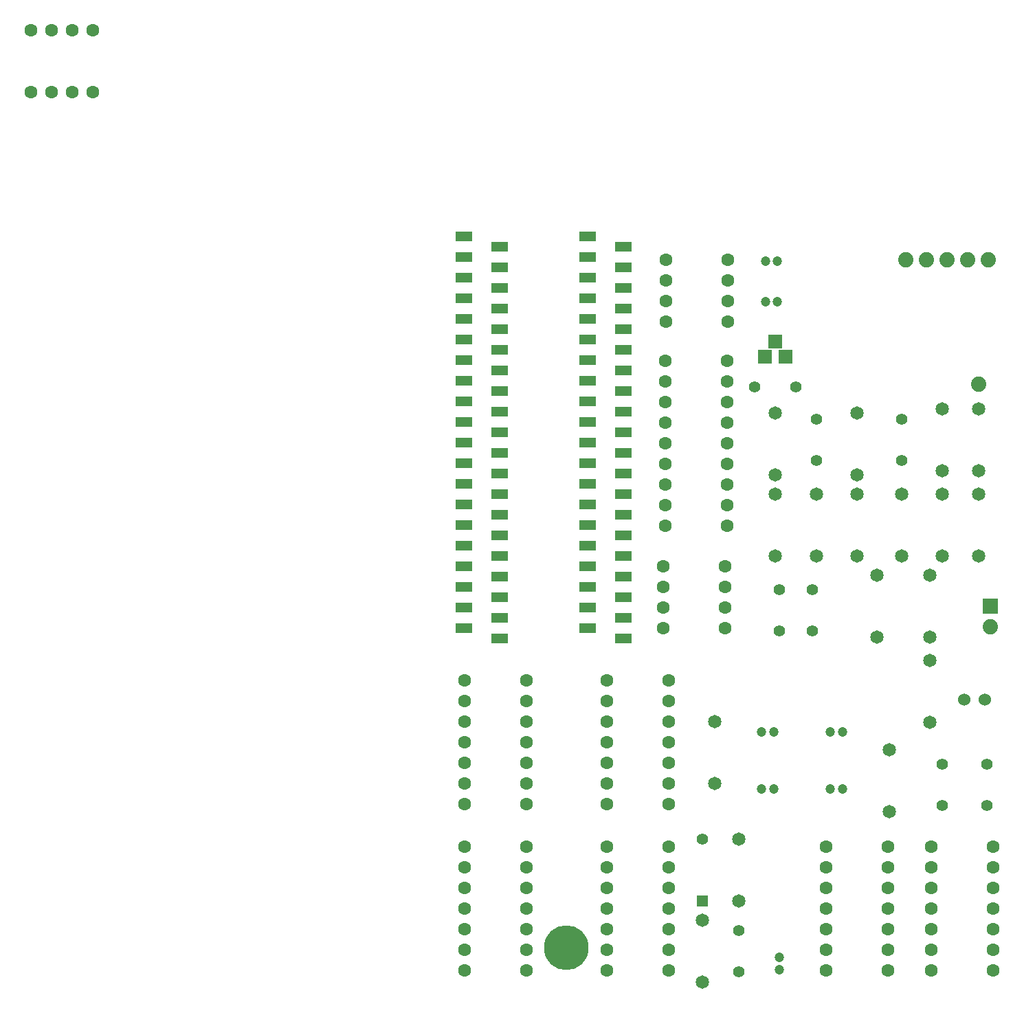
<source format=gbs>
%TF.GenerationSoftware,KiCad,Pcbnew,5.1.12-1.fc35*%
%TF.CreationDate,2022-01-17T09:06:34+01:00*%
%TF.ProjectId,PCB_F4 FMPAC_DIP_IMPRIMIR DEFINITIU copy_2021-07-27,5043425f-4634-4204-964d-5041435f4449,rev?*%
%TF.SameCoordinates,Original*%
%TF.FileFunction,Soldermask,Bot*%
%TF.FilePolarity,Negative*%
%FSLAX46Y46*%
G04 Gerber Fmt 4.6, Leading zero omitted, Abs format (unit mm)*
G04 Created by KiCad (PCBNEW 5.1.12-1.fc35) date 2022-01-17 09:06:34*
%MOMM*%
%LPD*%
G01*
G04 APERTURE LIST*
%ADD10C,1.880000*%
%ADD11C,1.600000*%
%ADD12R,2.159000X1.199000*%
%ADD13R,1.676000X1.676000*%
%ADD14C,1.524000*%
%ADD15C,1.200000*%
%ADD16C,1.651000*%
%ADD17C,1.397000*%
%ADD18R,1.397000X1.397000*%
%ADD19R,1.880000X1.880000*%
%ADD20C,5.500000*%
G04 APERTURE END LIST*
D10*
%TO.C,SLT*%
X189232000Y-78983000D03*
%TD*%
D11*
%TO.C,MCP6281*%
X150673000Y-63642000D03*
X150673000Y-66182000D03*
X150673000Y-68722000D03*
X150673000Y-71262000D03*
X158293000Y-71262000D03*
X158293000Y-68722000D03*
X158293000Y-66182000D03*
X158293000Y-63642000D03*
%TD*%
D12*
%TO.C,MOTHERBOARD_Z80_SOCKET*%
X130162000Y-87404000D03*
X145402000Y-87404000D03*
X130162000Y-89944000D03*
X130162000Y-92484000D03*
X130162000Y-95024000D03*
X130162000Y-97564000D03*
X130162000Y-100104000D03*
X130162000Y-102644000D03*
X130162000Y-105184000D03*
X130162000Y-107724000D03*
X130162000Y-110264000D03*
X145402000Y-89944000D03*
X145402000Y-92484000D03*
X145402000Y-95024000D03*
X145402000Y-97564000D03*
X145402000Y-100104000D03*
X145402000Y-102644000D03*
X145402000Y-105184000D03*
X145402000Y-107724000D03*
X145402000Y-110264000D03*
X130162000Y-84864000D03*
X130162000Y-82324000D03*
X130162000Y-79784000D03*
X130162000Y-77244000D03*
X130162000Y-74704000D03*
X130162000Y-72164000D03*
X130162000Y-69624000D03*
X130162000Y-67084000D03*
X130162000Y-64544000D03*
X130162000Y-62004000D03*
X145402000Y-84864000D03*
X145402000Y-82324000D03*
X145402000Y-79784000D03*
X145402000Y-77244000D03*
X145402000Y-74704000D03*
X145402000Y-72164000D03*
X145402000Y-69624000D03*
X145402000Y-67084000D03*
X145402000Y-64544000D03*
X145402000Y-62004000D03*
%TD*%
D11*
%TO.C,YM2413*%
X150622000Y-76093000D03*
X150622000Y-78633000D03*
X150622000Y-86253000D03*
X150622000Y-88793000D03*
X150622000Y-81173000D03*
X150622000Y-83713000D03*
X150622000Y-91333000D03*
X150622000Y-93873000D03*
X158242000Y-93873000D03*
X158242000Y-91333000D03*
X158242000Y-88793000D03*
X158242000Y-86253000D03*
X158242000Y-83713000D03*
X158242000Y-81173000D03*
X158242000Y-78633000D03*
X158242000Y-76093000D03*
X150622000Y-96413000D03*
X158242000Y-96413000D03*
%TD*%
%TO.C,LM4558N*%
X150373000Y-101443000D03*
X150373000Y-103983000D03*
X150373000Y-106523000D03*
X150373000Y-109063000D03*
X157993000Y-109063000D03*
X157993000Y-106523000D03*
X157993000Y-103983000D03*
X157993000Y-101443000D03*
%TD*%
D12*
%TO.C,Z80_CPU*%
X125763000Y-86152000D03*
X141003000Y-86152000D03*
X125763000Y-88692000D03*
X125763000Y-91232000D03*
X125763000Y-93772000D03*
X125763000Y-96312000D03*
X125763000Y-98852000D03*
X125763000Y-101392000D03*
X125763000Y-103932000D03*
X125763000Y-106472000D03*
X125763000Y-109012000D03*
X141003000Y-88692000D03*
X141003000Y-91232000D03*
X141003000Y-93772000D03*
X141003000Y-96312000D03*
X141003000Y-98852000D03*
X141003000Y-101392000D03*
X141003000Y-103932000D03*
X141003000Y-106472000D03*
X141003000Y-109012000D03*
X125763000Y-83612000D03*
X125763000Y-81072000D03*
X125763000Y-78532000D03*
X125763000Y-75992000D03*
X125763000Y-73452000D03*
X125763000Y-70912000D03*
X125763000Y-68372000D03*
X125763000Y-65832000D03*
X125763000Y-63292000D03*
X125763000Y-60752000D03*
X141003000Y-83612000D03*
X141003000Y-81072000D03*
X141003000Y-78532000D03*
X141003000Y-75992000D03*
X141003000Y-73452000D03*
X141003000Y-70912000D03*
X141003000Y-68372000D03*
X141003000Y-65832000D03*
X141003000Y-63292000D03*
X141003000Y-60752000D03*
%TD*%
D10*
%TO.C,DC-DC_5V_+-12V*%
X187856000Y-63612000D03*
X185316000Y-63612000D03*
X190396000Y-63612000D03*
X182776000Y-63612000D03*
X180236000Y-63612000D03*
%TD*%
D13*
%TO.C,VREG1*%
X162912000Y-75586000D03*
X164182000Y-73681000D03*
X165452000Y-75586000D03*
%TD*%
D11*
%TO.C,U2*%
X72442000Y-42993000D03*
X74982000Y-42993000D03*
X77522000Y-42993000D03*
X80062000Y-42993000D03*
X80062000Y-35373000D03*
X77522000Y-35373000D03*
X74982000Y-35373000D03*
X72442000Y-35373000D03*
%TD*%
D14*
%TO.C,LED1*%
X189952000Y-117833000D03*
X187412000Y-117833000D03*
%TD*%
D11*
%TO.C,IC7*%
X133492000Y-130723000D03*
X133492000Y-128183000D03*
X133492000Y-120563000D03*
X133492000Y-118023000D03*
X133492000Y-125643000D03*
X133492000Y-123103000D03*
X133492000Y-115483000D03*
X125872000Y-115483000D03*
X125872000Y-118023000D03*
X125872000Y-120563000D03*
X125872000Y-123103000D03*
X125872000Y-125643000D03*
X125872000Y-128183000D03*
X125872000Y-130723000D03*
%TD*%
%TO.C,IC3*%
X190992000Y-151223000D03*
X190992000Y-148683000D03*
X190992000Y-141063000D03*
X190992000Y-138523000D03*
X190992000Y-146143000D03*
X190992000Y-143603000D03*
X190992000Y-135983000D03*
X183372000Y-135983000D03*
X183372000Y-138523000D03*
X183372000Y-141063000D03*
X183372000Y-143603000D03*
X183372000Y-146143000D03*
X183372000Y-148683000D03*
X183372000Y-151223000D03*
%TD*%
%TO.C,IC6*%
X150992000Y-130723000D03*
X150992000Y-128183000D03*
X150992000Y-120563000D03*
X150992000Y-118023000D03*
X150992000Y-125643000D03*
X150992000Y-123103000D03*
X150992000Y-115483000D03*
X143372000Y-115483000D03*
X143372000Y-118023000D03*
X143372000Y-120563000D03*
X143372000Y-123103000D03*
X143372000Y-125643000D03*
X143372000Y-128183000D03*
X143372000Y-130723000D03*
%TD*%
%TO.C,IC8*%
X150992000Y-151223000D03*
X150992000Y-148683000D03*
X150992000Y-141063000D03*
X150992000Y-138523000D03*
X150992000Y-146143000D03*
X150992000Y-143603000D03*
X150992000Y-135983000D03*
X143372000Y-135983000D03*
X143372000Y-138523000D03*
X143372000Y-141063000D03*
X143372000Y-143603000D03*
X143372000Y-146143000D03*
X143372000Y-148683000D03*
X143372000Y-151223000D03*
%TD*%
%TO.C,IC9*%
X133492000Y-151223000D03*
X133492000Y-148683000D03*
X133492000Y-141063000D03*
X133492000Y-138523000D03*
X133492000Y-146143000D03*
X133492000Y-143603000D03*
X133492000Y-135983000D03*
X125872000Y-135983000D03*
X125872000Y-138523000D03*
X125872000Y-141063000D03*
X125872000Y-143603000D03*
X125872000Y-146143000D03*
X125872000Y-148683000D03*
X125872000Y-151223000D03*
%TD*%
%TO.C,IC2*%
X177992000Y-151223000D03*
X177992000Y-148683000D03*
X177992000Y-141063000D03*
X177992000Y-138523000D03*
X177992000Y-146143000D03*
X177992000Y-143603000D03*
X177992000Y-135983000D03*
X170372000Y-135983000D03*
X170372000Y-138523000D03*
X170372000Y-141063000D03*
X170372000Y-143603000D03*
X170372000Y-146143000D03*
X170372000Y-148683000D03*
X170372000Y-151223000D03*
%TD*%
D15*
%TO.C,C1*%
X162431000Y-128833000D03*
X163933000Y-128833000D03*
%TD*%
D16*
%TO.C,R11*%
X178182000Y-124023000D03*
X178182000Y-131643000D03*
%TD*%
%TO.C,R13*%
X176682000Y-102523000D03*
X176682000Y-110143000D03*
%TD*%
%TO.C,R3*%
X156682000Y-128143000D03*
X156682000Y-120523000D03*
%TD*%
%TO.C,R2*%
X184682000Y-89643000D03*
X184682000Y-82023000D03*
%TD*%
%TO.C,R1*%
X164182000Y-92523000D03*
X164182000Y-100143000D03*
%TD*%
%TO.C,R4*%
X164182000Y-82523000D03*
X164182000Y-90143000D03*
%TD*%
%TO.C,R5*%
X179682000Y-92523000D03*
X179682000Y-100143000D03*
%TD*%
%TO.C,R6*%
X174182000Y-100143000D03*
X174182000Y-92523000D03*
%TD*%
%TO.C,R7*%
X189182000Y-100143000D03*
X189182000Y-92523000D03*
%TD*%
%TO.C,R8*%
X184682000Y-100143000D03*
X184682000Y-92523000D03*
%TD*%
%TO.C,R9*%
X169182000Y-92523000D03*
X169182000Y-100143000D03*
%TD*%
%TO.C,R10*%
X174182000Y-90143000D03*
X174182000Y-82523000D03*
%TD*%
%TO.C,R14*%
X155182000Y-152643000D03*
X155182000Y-145023000D03*
%TD*%
%TO.C,R15*%
X159682000Y-142643000D03*
X159682000Y-135023000D03*
%TD*%
%TO.C,R12*%
X183182000Y-110143000D03*
X183182000Y-102523000D03*
%TD*%
%TO.C,R18*%
X189182000Y-89643000D03*
X189182000Y-82023000D03*
%TD*%
%TO.C,R16*%
X183182000Y-113023000D03*
X183182000Y-120643000D03*
%TD*%
D15*
%TO.C,C5*%
X164433000Y-68833000D03*
X162932000Y-68833000D03*
%TD*%
%TO.C,C6*%
X164432000Y-63833000D03*
X162931000Y-63833000D03*
%TD*%
%TO.C,C2*%
X162431000Y-121833000D03*
X163933000Y-121833000D03*
%TD*%
D17*
%TO.C,C3*%
X179682000Y-83293000D03*
X179682000Y-88373000D03*
%TD*%
%TO.C,C4*%
X169182000Y-83293000D03*
X169182000Y-88373000D03*
%TD*%
D15*
%TO.C,C7*%
X170931000Y-121833000D03*
X172432000Y-121833000D03*
%TD*%
%TO.C,C9*%
X164682000Y-151084000D03*
X164682000Y-149582000D03*
%TD*%
D17*
%TO.C,C11*%
X159682000Y-146293000D03*
X159682000Y-151373000D03*
%TD*%
D15*
%TO.C,C12*%
X170932000Y-128833000D03*
X172433000Y-128833000D03*
%TD*%
D17*
%TO.C,C14*%
X168682000Y-109373000D03*
X168682000Y-104293000D03*
%TD*%
%TO.C,C8*%
X161642000Y-79333000D03*
X166722000Y-79333000D03*
%TD*%
%TO.C,C16*%
X164682000Y-109373000D03*
X164682000Y-104293000D03*
%TD*%
%TO.C,C10*%
X190182000Y-125793000D03*
X190182000Y-130873000D03*
%TD*%
%TO.C,C13*%
X184682000Y-125793000D03*
X184682000Y-130873000D03*
%TD*%
%TO.C,D2*%
X155182000Y-135023000D03*
D18*
X155182000Y-142643000D03*
%TD*%
D10*
%TO.C,SJ3*%
X190682000Y-108873000D03*
D19*
X190682000Y-106333000D03*
%TD*%
D20*
%TO.C,*%
X138430000Y-148408000D03*
%TD*%
M02*

</source>
